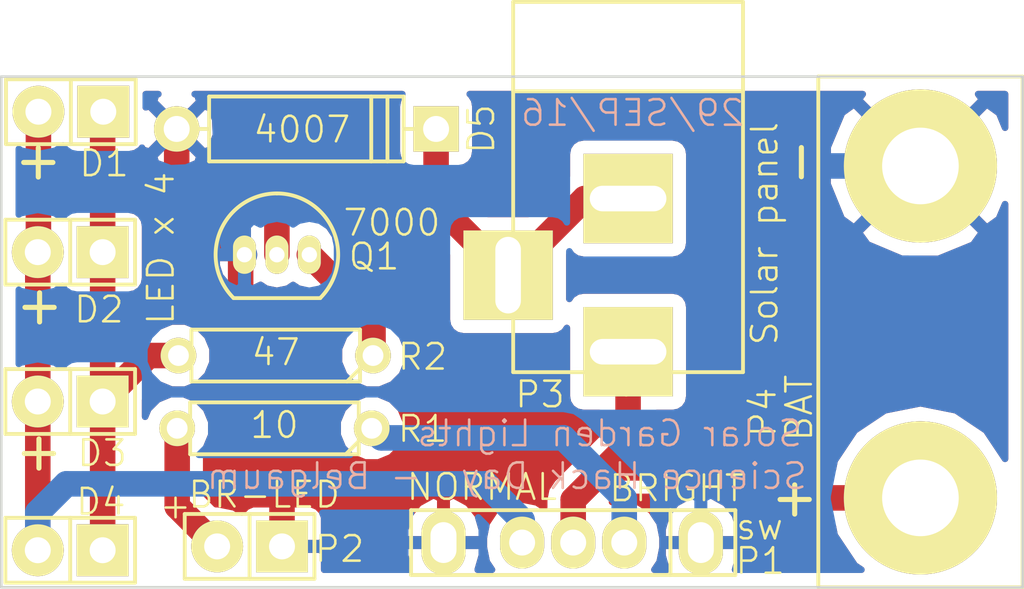
<source format=kicad_pcb>
(kicad_pcb (version 4) (host pcbnew 4.0.0-rc1-stable)

  (general
    (links 21)
    (no_connects 0)
    (area 47.659999 38.224379 88.050001 61.700001)
    (thickness 1.6)
    (drawings 17)
    (tracks 56)
    (zones 0)
    (modules 12)
    (nets 9)
  )

  (page A4)
  (layers
    (0 F.Cu signal)
    (31 B.Cu signal)
    (32 B.Adhes user)
    (33 F.Adhes user)
    (34 B.Paste user)
    (35 F.Paste user)
    (36 B.SilkS user)
    (37 F.SilkS user)
    (38 B.Mask user)
    (39 F.Mask user)
    (40 Dwgs.User user)
    (41 Cmts.User user)
    (42 Eco1.User user)
    (43 Eco2.User user)
    (44 Edge.Cuts user)
    (45 Margin user)
    (46 B.CrtYd user)
    (47 F.CrtYd user)
    (48 B.Fab user)
    (49 F.Fab user)
  )

  (setup
    (last_trace_width 0.25)
    (user_trace_width 0.5)
    (user_trace_width 1)
    (trace_clearance 0.2)
    (zone_clearance 0.508)
    (zone_45_only no)
    (trace_min 0.2)
    (segment_width 0.2)
    (edge_width 0.1)
    (via_size 0.6)
    (via_drill 0.4)
    (via_min_size 0.4)
    (via_min_drill 0.3)
    (user_via 0.7112 0.508)
    (uvia_size 0.3)
    (uvia_drill 0.1)
    (uvias_allowed no)
    (uvia_min_size 0)
    (uvia_min_drill 0)
    (pcb_text_width 0.3)
    (pcb_text_size 1.5 1.5)
    (mod_edge_width 0.1)
    (mod_text_size 1 1)
    (mod_text_width 0.15)
    (pad_size 1.524 1.524)
    (pad_drill 0.7112)
    (pad_to_mask_clearance 0)
    (aux_axis_origin 0 0)
    (visible_elements 7FFFFF7F)
    (pcbplotparams
      (layerselection 0x010f0_80000001)
      (usegerberextensions false)
      (excludeedgelayer true)
      (linewidth 0.100000)
      (plotframeref false)
      (viasonmask false)
      (mode 1)
      (useauxorigin false)
      (hpglpennumber 1)
      (hpglpenspeed 20)
      (hpglpendiameter 15)
      (hpglpenoverlay 2)
      (psnegative false)
      (psa4output false)
      (plotreference true)
      (plotvalue true)
      (plotinvisibletext false)
      (padsonsilk false)
      (subtractmaskfromsilk false)
      (outputformat 1)
      (mirror false)
      (drillshape 0)
      (scaleselection 1)
      (outputdirectory Gerber/))
  )

  (net 0 "")
  (net 1 GND)
  (net 2 "Net-(D1-Pad2)")
  (net 3 "Net-(D1-Pad1)")
  (net 4 "Net-(D5-Pad1)")
  (net 5 "Net-(P1-Pad2)")
  (net 6 "Net-(P2-Pad2)")
  (net 7 "Net-(Q1-Pad3)")
  (net 8 /+BAT)

  (net_class Default "This is the default net class."
    (clearance 0.2)
    (trace_width 0.25)
    (via_dia 0.6)
    (via_drill 0.4)
    (uvia_dia 0.3)
    (uvia_drill 0.1)
    (add_net /+BAT)
    (add_net GND)
    (add_net "Net-(D1-Pad1)")
    (add_net "Net-(D1-Pad2)")
    (add_net "Net-(D5-Pad1)")
    (add_net "Net-(P1-Pad2)")
    (add_net "Net-(P2-Pad2)")
    (add_net "Net-(Q1-Pad3)")
  )

  (module Headers:Pin_Header_Straight_1x02 (layer F.Cu) (tedit 57ED27F8) (tstamp 57ECF531)
    (at 50.5 42.8 180)
    (descr "Through hole pin header")
    (tags "pin header")
    (path /57EE2E16)
    (fp_text reference D1 (at -1.3 -2.025 180) (layer F.SilkS)
      (effects (font (size 1 1) (thickness 0.1)))
    )
    (fp_text value LED (at 0 0 180) (layer F.SilkS) hide
      (effects (font (size 1.27 1.27) (thickness 0.2032)))
    )
    (fp_line (start 0 -1.27) (end 0 1.27) (layer F.SilkS) (width 0.15))
    (fp_line (start -2.54 -1.27) (end -2.54 1.27) (layer F.SilkS) (width 0.15))
    (fp_line (start -2.54 1.27) (end 0 1.27) (layer F.SilkS) (width 0.15))
    (fp_line (start 0 1.27) (end 2.54 1.27) (layer F.SilkS) (width 0.15))
    (fp_line (start 2.54 1.27) (end 2.54 -1.27) (layer F.SilkS) (width 0.15))
    (fp_line (start 2.54 -1.27) (end -2.54 -1.27) (layer F.SilkS) (width 0.15))
    (pad 1 thru_hole rect (at -1.27 0 180) (size 2.032 2.032) (drill 1.016) (layers *.Cu *.Mask F.SilkS)
      (net 3 "Net-(D1-Pad1)"))
    (pad 2 thru_hole oval (at 1.27 0 180) (size 2.032 2.032) (drill 1.016) (layers *.Cu *.Mask F.SilkS)
      (net 2 "Net-(D1-Pad2)"))
    (model Pin_Headers/Pin_Header_Straight_1x02.wrl
      (at (xyz 0 0 0))
      (scale (xyz 1 1 1))
      (rotate (xyz 0 0 0))
    )
  )

  (module Headers:Pin_Header_Straight_1x02 (layer F.Cu) (tedit 57ED27CD) (tstamp 57ECF537)
    (at 50.475 48.3 180)
    (descr "Through hole pin header")
    (tags "pin header")
    (path /57EE2182)
    (fp_text reference D2 (at -1.125 -2.25 180) (layer F.SilkS)
      (effects (font (size 1 1) (thickness 0.1)))
    )
    (fp_text value LED (at 0 0 180) (layer F.SilkS) hide
      (effects (font (size 1.27 1.27) (thickness 0.2032)))
    )
    (fp_line (start 0 -1.27) (end 0 1.27) (layer F.SilkS) (width 0.15))
    (fp_line (start -2.54 -1.27) (end -2.54 1.27) (layer F.SilkS) (width 0.15))
    (fp_line (start -2.54 1.27) (end 0 1.27) (layer F.SilkS) (width 0.15))
    (fp_line (start 0 1.27) (end 2.54 1.27) (layer F.SilkS) (width 0.15))
    (fp_line (start 2.54 1.27) (end 2.54 -1.27) (layer F.SilkS) (width 0.15))
    (fp_line (start 2.54 -1.27) (end -2.54 -1.27) (layer F.SilkS) (width 0.15))
    (pad 1 thru_hole rect (at -1.27 0 180) (size 2.032 2.032) (drill 1.016) (layers *.Cu *.Mask F.SilkS)
      (net 3 "Net-(D1-Pad1)"))
    (pad 2 thru_hole oval (at 1.27 0 180) (size 2.032 2.032) (drill 1.016) (layers *.Cu *.Mask F.SilkS)
      (net 2 "Net-(D1-Pad2)"))
    (model Pin_Headers/Pin_Header_Straight_1x02.wrl
      (at (xyz 0 0 0))
      (scale (xyz 1 1 1))
      (rotate (xyz 0 0 0))
    )
  )

  (module Headers:Pin_Header_Straight_1x02 (layer F.Cu) (tedit 57ED27DB) (tstamp 57ECF53D)
    (at 50.475 54.15 180)
    (descr "Through hole pin header")
    (tags "pin header")
    (path /57EE2285)
    (fp_text reference D3 (at -1.25 -2.025 180) (layer F.SilkS)
      (effects (font (size 1 1) (thickness 0.1)))
    )
    (fp_text value LED (at 0 0 180) (layer F.SilkS) hide
      (effects (font (size 1.27 1.27) (thickness 0.2032)))
    )
    (fp_line (start 0 -1.27) (end 0 1.27) (layer F.SilkS) (width 0.15))
    (fp_line (start -2.54 -1.27) (end -2.54 1.27) (layer F.SilkS) (width 0.15))
    (fp_line (start -2.54 1.27) (end 0 1.27) (layer F.SilkS) (width 0.15))
    (fp_line (start 0 1.27) (end 2.54 1.27) (layer F.SilkS) (width 0.15))
    (fp_line (start 2.54 1.27) (end 2.54 -1.27) (layer F.SilkS) (width 0.15))
    (fp_line (start 2.54 -1.27) (end -2.54 -1.27) (layer F.SilkS) (width 0.15))
    (pad 1 thru_hole rect (at -1.27 0 180) (size 2.032 2.032) (drill 1.016) (layers *.Cu *.Mask F.SilkS)
      (net 3 "Net-(D1-Pad1)"))
    (pad 2 thru_hole oval (at 1.27 0 180) (size 2.032 2.032) (drill 1.016) (layers *.Cu *.Mask F.SilkS)
      (net 2 "Net-(D1-Pad2)"))
    (model Pin_Headers/Pin_Header_Straight_1x02.wrl
      (at (xyz 0 0 0))
      (scale (xyz 1 1 1))
      (rotate (xyz 0 0 0))
    )
  )

  (module Headers:Pin_Header_Straight_1x02 (layer F.Cu) (tedit 57ED27E3) (tstamp 57ECF543)
    (at 50.475 59.975 180)
    (descr "Through hole pin header")
    (tags "pin header")
    (path /57EE2465)
    (fp_text reference D4 (at -1.2 1.9 180) (layer F.SilkS)
      (effects (font (size 1 1) (thickness 0.1)))
    )
    (fp_text value LED (at 0 0 180) (layer F.SilkS) hide
      (effects (font (size 1.27 1.27) (thickness 0.2032)))
    )
    (fp_line (start 0 -1.27) (end 0 1.27) (layer F.SilkS) (width 0.15))
    (fp_line (start -2.54 -1.27) (end -2.54 1.27) (layer F.SilkS) (width 0.15))
    (fp_line (start -2.54 1.27) (end 0 1.27) (layer F.SilkS) (width 0.15))
    (fp_line (start 0 1.27) (end 2.54 1.27) (layer F.SilkS) (width 0.15))
    (fp_line (start 2.54 1.27) (end 2.54 -1.27) (layer F.SilkS) (width 0.15))
    (fp_line (start 2.54 -1.27) (end -2.54 -1.27) (layer F.SilkS) (width 0.15))
    (pad 1 thru_hole rect (at -1.27 0 180) (size 2.032 2.032) (drill 1.016) (layers *.Cu *.Mask F.SilkS)
      (net 3 "Net-(D1-Pad1)"))
    (pad 2 thru_hole oval (at 1.27 0 180) (size 2.032 2.032) (drill 1.016) (layers *.Cu *.Mask F.SilkS)
      (net 2 "Net-(D1-Pad2)"))
    (model Pin_Headers/Pin_Header_Straight_1x02.wrl
      (at (xyz 0 0 0))
      (scale (xyz 1 1 1))
      (rotate (xyz 0 0 0))
    )
  )

  (module Headers:Pin_Header_Straight_1x02 (layer F.Cu) (tedit 57ED226A) (tstamp 57ECF557)
    (at 57.5 59.825 180)
    (descr "Through hole pin header")
    (tags "pin header")
    (path /57EE0407)
    (fp_text reference P2 (at -3.525 -0.1 180) (layer F.SilkS)
      (effects (font (size 1 1) (thickness 0.1)))
    )
    (fp_text value BR-LED (at -0.575 2.025 180) (layer F.SilkS)
      (effects (font (size 1 1) (thickness 0.1)))
    )
    (fp_line (start 0 -1.27) (end 0 1.27) (layer F.SilkS) (width 0.15))
    (fp_line (start -2.54 -1.27) (end -2.54 1.27) (layer F.SilkS) (width 0.15))
    (fp_line (start -2.54 1.27) (end 0 1.27) (layer F.SilkS) (width 0.15))
    (fp_line (start 0 1.27) (end 2.54 1.27) (layer F.SilkS) (width 0.15))
    (fp_line (start 2.54 1.27) (end 2.54 -1.27) (layer F.SilkS) (width 0.15))
    (fp_line (start 2.54 -1.27) (end -2.54 -1.27) (layer F.SilkS) (width 0.15))
    (pad 1 thru_hole rect (at -1.27 0 180) (size 2.032 2.032) (drill 1.016) (layers *.Cu *.Mask F.SilkS)
      (net 1 GND))
    (pad 2 thru_hole oval (at 1.27 0 180) (size 2.032 2.032) (drill 1.016) (layers *.Cu *.Mask F.SilkS)
      (net 6 "Net-(P2-Pad2)"))
    (model Pin_Headers/Pin_Header_Straight_1x02.wrl
      (at (xyz 0 0 0))
      (scale (xyz 1 1 1))
      (rotate (xyz 0 0 0))
    )
  )

  (module Discret:D4 (layer F.Cu) (tedit 57ED2294) (tstamp 57ECF95C)
    (at 59.725 43.475)
    (descr "Diode 4 pas")
    (tags "DIODE DEV")
    (path /57EDEE0C)
    (fp_text reference D5 (at 6.85 0 90) (layer F.SilkS)
      (effects (font (size 1 1) (thickness 0.1)))
    )
    (fp_text value 4007 (at -0.175 0.025) (layer F.SilkS)
      (effects (font (size 1 1) (thickness 0.1)))
    )
    (fp_line (start -3.81 -1.27) (end 3.81 -1.27) (layer F.SilkS) (width 0.15))
    (fp_line (start 3.81 -1.27) (end 3.81 1.27) (layer F.SilkS) (width 0.15))
    (fp_line (start 3.81 1.27) (end -3.81 1.27) (layer F.SilkS) (width 0.15))
    (fp_line (start -3.81 1.27) (end -3.81 -1.27) (layer F.SilkS) (width 0.15))
    (fp_line (start 3.175 -1.27) (end 3.175 1.27) (layer F.SilkS) (width 0.15))
    (fp_line (start 2.54 1.27) (end 2.54 -1.27) (layer F.SilkS) (width 0.15))
    (fp_line (start -3.81 0) (end -5.08 0) (layer F.SilkS) (width 0.15))
    (fp_line (start 3.81 0) (end 5.08 0) (layer F.SilkS) (width 0.15))
    (pad 2 thru_hole circle (at -5.08 0) (size 1.778 1.778) (drill 1.016) (layers *.Cu *.Mask F.SilkS)
      (net 1 GND))
    (pad 1 thru_hole rect (at 5.08 0) (size 1.778 1.778) (drill 1.016) (layers *.Cu *.Mask F.SilkS)
      (net 4 "Net-(D5-Pad1)"))
    (model Discret.3dshapes/D4.wrl
      (at (xyz 0 0 0))
      (scale (xyz 0.4 0.4 0.4))
      (rotate (xyz 0 0 0))
    )
  )

  (module Discret:R3 (layer F.Cu) (tedit 57ED22C2) (tstamp 57ECF961)
    (at 58.475 55.2 180)
    (descr "Resitance 3 pas")
    (tags R)
    (path /57EE098D)
    (fp_text reference R1 (at -5.8 -0.025 180) (layer F.SilkS)
      (effects (font (size 1 1) (thickness 0.1)))
    )
    (fp_text value 10 (at 0 0.127 180) (layer F.SilkS)
      (effects (font (size 1 1) (thickness 0.1)))
    )
    (fp_line (start -3.81 0) (end -3.302 0) (layer F.SilkS) (width 0.15))
    (fp_line (start 3.81 0) (end 3.302 0) (layer F.SilkS) (width 0.15))
    (fp_line (start 3.302 0) (end 3.302 -1.016) (layer F.SilkS) (width 0.15))
    (fp_line (start 3.302 -1.016) (end -3.302 -1.016) (layer F.SilkS) (width 0.15))
    (fp_line (start -3.302 -1.016) (end -3.302 1.016) (layer F.SilkS) (width 0.15))
    (fp_line (start -3.302 1.016) (end 3.302 1.016) (layer F.SilkS) (width 0.15))
    (fp_line (start 3.302 1.016) (end 3.302 0) (layer F.SilkS) (width 0.15))
    (fp_line (start -3.302 -0.508) (end -2.794 -1.016) (layer F.SilkS) (width 0.15))
    (pad 1 thru_hole circle (at -3.81 0 180) (size 1.397 1.397) (drill 0.8128) (layers *.Cu *.Mask F.SilkS)
      (net 5 "Net-(P1-Pad2)"))
    (pad 2 thru_hole circle (at 3.81 0 180) (size 1.397 1.397) (drill 0.8128) (layers *.Cu *.Mask F.SilkS)
      (net 6 "Net-(P2-Pad2)"))
    (model Discret.3dshapes/R3.wrl
      (at (xyz 0 0 0))
      (scale (xyz 0.3 0.3 0.3))
      (rotate (xyz 0 0 0))
    )
  )

  (module Discret:R3 (layer F.Cu) (tedit 57ED22B6) (tstamp 57ECF966)
    (at 58.525 52.35 180)
    (descr "Resitance 3 pas")
    (tags R)
    (path /57EE35CE)
    (fp_text reference R2 (at -5.75 -0.05 180) (layer F.SilkS)
      (effects (font (size 1 1) (thickness 0.1)))
    )
    (fp_text value 47 (at 0 0.127 180) (layer F.SilkS)
      (effects (font (size 1 1) (thickness 0.1)))
    )
    (fp_line (start -3.81 0) (end -3.302 0) (layer F.SilkS) (width 0.15))
    (fp_line (start 3.81 0) (end 3.302 0) (layer F.SilkS) (width 0.15))
    (fp_line (start 3.302 0) (end 3.302 -1.016) (layer F.SilkS) (width 0.15))
    (fp_line (start 3.302 -1.016) (end -3.302 -1.016) (layer F.SilkS) (width 0.15))
    (fp_line (start -3.302 -1.016) (end -3.302 1.016) (layer F.SilkS) (width 0.15))
    (fp_line (start -3.302 1.016) (end 3.302 1.016) (layer F.SilkS) (width 0.15))
    (fp_line (start 3.302 1.016) (end 3.302 0) (layer F.SilkS) (width 0.15))
    (fp_line (start -3.302 -0.508) (end -2.794 -1.016) (layer F.SilkS) (width 0.15))
    (pad 1 thru_hole circle (at -3.81 0 180) (size 1.397 1.397) (drill 0.8128) (layers *.Cu *.Mask F.SilkS)
      (net 7 "Net-(Q1-Pad3)"))
    (pad 2 thru_hole circle (at 3.81 0 180) (size 1.397 1.397) (drill 0.8128) (layers *.Cu *.Mask F.SilkS)
      (net 3 "Net-(D1-Pad1)"))
    (model Discret.3dshapes/R3.wrl
      (at (xyz 0 0 0))
      (scale (xyz 0.3 0.3 0.3))
      (rotate (xyz 0 0 0))
    )
  )

  (module MyLib:bat-LA (layer F.Cu) (tedit 57ED2155) (tstamp 57ECFB4B)
    (at 83.775 51.425 270)
    (descr "Through hole pin header")
    (tags "pin header")
    (path /57EDF025)
    (fp_text reference P4 (at 3.15 6.175 270) (layer F.SilkS)
      (effects (font (size 1 1) (thickness 0.1)))
    )
    (fp_text value BAT (at 2.975 4.75 270) (layer F.SilkS)
      (effects (font (size 1 1) (thickness 0.1)))
    )
    (fp_line (start -10 -4) (end -10 4) (layer F.SilkS) (width 0.15))
    (fp_line (start -10 4) (end 10 4) (layer F.SilkS) (width 0.15))
    (fp_line (start 10 4) (end 10 -4) (layer F.SilkS) (width 0.15))
    (fp_line (start 10 -4) (end -10 -4) (layer F.SilkS) (width 0.15))
    (pad 1 thru_hole circle (at -6.5 0 270) (size 6 6) (drill 3) (layers *.Cu *.Mask F.SilkS)
      (net 1 GND))
    (pad 2 thru_hole oval (at 6.5 0 270) (size 6 6) (drill 3) (layers *.Cu *.Mask F.SilkS)
      (net 8 /+BAT))
    (model Pin_Headers/Pin_Header_Straight_1x02.wrl
      (at (xyz 0 0 0))
      (scale (xyz 1 1 1))
      (rotate (xyz 0 0 0))
    )
  )

  (module TO92:TO-92_Inline_Narrow_Oval (layer F.Cu) (tedit 57ED229F) (tstamp 57ECFBE4)
    (at 57.3 48.4)
    (descr "TO-92 leads in-line, narrow, oval pads, drill 0.6mm (see NXP sot054_po.pdf)")
    (tags "to-92 sc-43 sc-43a sot54 PA33 transistor")
    (path /57EDE241)
    (fp_text reference Q1 (at 5.075 0.075) (layer F.SilkS)
      (effects (font (size 1 1) (thickness 0.1)))
    )
    (fp_text value 7000 (at 5.775 -1.25) (layer F.SilkS)
      (effects (font (size 1 1) (thickness 0.1)))
    )
    (fp_line (start -1.4 1.95) (end -1.4 -2.65) (layer F.CrtYd) (width 0.05))
    (fp_line (start -1.4 1.95) (end 3.95 1.95) (layer F.CrtYd) (width 0.05))
    (fp_line (start -0.43 1.7) (end 2.97 1.7) (layer F.SilkS) (width 0.15))
    (fp_arc (start 1.27 0) (end 1.27 -2.4) (angle -135) (layer F.SilkS) (width 0.15))
    (fp_arc (start 1.27 0) (end 1.27 -2.4) (angle 135) (layer F.SilkS) (width 0.15))
    (fp_line (start -1.4 -2.65) (end 3.95 -2.65) (layer F.CrtYd) (width 0.05))
    (fp_line (start 3.95 1.95) (end 3.95 -2.65) (layer F.CrtYd) (width 0.05))
    (pad 2 thru_hole oval (at 1.27 0 180) (size 0.89916 1.50114) (drill 0.6) (layers *.Cu *.Mask F.SilkS)
      (net 4 "Net-(D5-Pad1)"))
    (pad 3 thru_hole oval (at 2.54 0 180) (size 0.89916 1.50114) (drill 0.6) (layers *.Cu *.Mask F.SilkS)
      (net 7 "Net-(Q1-Pad3)"))
    (pad 1 thru_hole oval (at 0 0 180) (size 0.89916 1.50114) (drill 0.6) (layers *.Cu *.Mask F.SilkS)
      (net 1 GND))
    (model Housings_TO-92.3dshapes/TO-92_Inline_Narrow_Oval.wrl
      (at (xyz 0.05 0 0))
      (scale (xyz 1 1 1))
      (rotate (xyz 0 0 -90))
    )
  )

  (module Connector:BARREL_JACK (layer F.Cu) (tedit 57ED22AF) (tstamp 57ECFC10)
    (at 72.325 46 270)
    (descr "DC Barrel Jack")
    (tags "Power Jack")
    (path /57ECFCCB)
    (fp_text reference P3 (at 7.875 3.45 360) (layer F.SilkS)
      (effects (font (size 1 1) (thickness 0.1)))
    )
    (fp_text value "Solar panel" (at 1.575 -5.35 270) (layer F.SilkS)
      (effects (font (size 1 1) (thickness 0.1)))
    )
    (fp_line (start -4.0005 -4.50088) (end -4.0005 4.50088) (layer F.SilkS) (width 0.15))
    (fp_line (start -7.50062 -4.50088) (end -7.50062 4.50088) (layer F.SilkS) (width 0.15))
    (fp_line (start -7.50062 4.50088) (end 7.00024 4.50088) (layer F.SilkS) (width 0.15))
    (fp_line (start 7.00024 4.50088) (end 7.00024 -4.50088) (layer F.SilkS) (width 0.15))
    (fp_line (start 7.00024 -4.50088) (end -7.50062 -4.50088) (layer F.SilkS) (width 0.15))
    (pad 1 thru_hole rect (at 6.20014 0 270) (size 3.50012 3.50012) (drill oval 1.00076 2.99974) (layers *.Cu *.Mask F.SilkS)
      (net 8 /+BAT))
    (pad 2 thru_hole rect (at 0.20066 0 270) (size 3.50012 3.50012) (drill oval 1.00076 2.99974) (layers *.Cu *.Mask F.SilkS)
      (net 4 "Net-(D5-Pad1)"))
    (pad 3 thru_hole rect (at 3.2004 4.699 270) (size 3.50012 3.50012) (drill oval 2.99974 1.00076) (layers *.Cu *.Mask F.SilkS)
      (net 4 "Net-(D5-Pad1)"))
  )

  (module MyLib:switch-2way (layer F.Cu) (tedit 57ED2174) (tstamp 57ED0442)
    (at 70.175 59.675 180)
    (descr "Through hole pin header")
    (tags "pin header")
    (path /57ED0478)
    (fp_text reference P1 (at -7.325 -0.725 180) (layer F.SilkS)
      (effects (font (size 1 1) (thickness 0.1)))
    )
    (fp_text value sw (at -7.3 0.625 180) (layer F.SilkS)
      (effects (font (size 1 1) (thickness 0.1)))
    )
    (fp_line (start -3.81 -1.27) (end 6.35 -1.27) (layer F.SilkS) (width 0.15))
    (fp_line (start 6.35 -1.27) (end 6.35 1.27) (layer F.SilkS) (width 0.15))
    (fp_line (start 6.35 1.27) (end -3.81 1.27) (layer F.SilkS) (width 0.15))
    (fp_line (start -6.35 -1.27) (end -3.81 -1.27) (layer F.SilkS) (width 0.15))
    (fp_line (start -3.81 -1.27) (end -3.81 1.27) (layer F.SilkS) (width 0.15))
    (fp_line (start -6.35 -1.27) (end -6.35 1.27) (layer F.SilkS) (width 0.15))
    (fp_line (start -6.35 1.27) (end -3.81 1.27) (layer F.SilkS) (width 0.15))
    (pad 1 thru_hole oval (at -5 0 180) (size 1.7272 2.5) (drill oval 1.016 1.6) (layers *.Cu *.Mask F.SilkS)
      (net 1 GND))
    (pad 2 thru_hole oval (at -2 0 180) (size 1.7272 2.032) (drill 1.016) (layers *.Cu *.Mask F.SilkS)
      (net 5 "Net-(P1-Pad2)"))
    (pad 3 thru_hole oval (at 0 0 180) (size 1.7272 2.032) (drill 1.016) (layers *.Cu *.Mask F.SilkS)
      (net 8 /+BAT))
    (pad 4 thru_hole oval (at 2 0 180) (size 1.7272 2.032) (drill 1.016) (layers *.Cu *.Mask F.SilkS)
      (net 2 "Net-(D1-Pad2)"))
    (pad 5 thru_hole oval (at 5.08 0 180) (size 1.7272 2.5) (drill oval 1.016 1.6) (layers *.Cu *.Mask F.SilkS)
      (net 1 GND))
    (model Pin_Headers/Pin_Header_Straight_1x05.wrl
      (at (xyz 0 0 0))
      (scale (xyz 1 1 1))
      (rotate (xyz 0 0 0))
    )
  )

  (gr_text 29/SEP/16 (at 72.5 42.85) (layer B.SilkS)
    (effects (font (size 1 1) (thickness 0.1)) (justify mirror))
  )
  (gr_text "Science Hack Day  - Belgaum" (at 67.575 57.075) (layer B.SilkS)
    (effects (font (size 1 1) (thickness 0.1)) (justify mirror))
  )
  (gr_text "Solar Garden Lights" (at 71.6 55.4) (layer B.SilkS)
    (effects (font (size 1 1) (thickness 0.1)) (justify mirror))
  )
  (gr_text NORMAL (at 66.6 57.5) (layer F.SilkS)
    (effects (font (size 1 1) (thickness 0.1)))
  )
  (gr_text BRIGHT (at 74.225 57.55) (layer F.SilkS)
    (effects (font (size 1 1) (thickness 0.1)))
  )
  (gr_text "LED x 4" (at 54.025 48.15 90) (layer F.SilkS)
    (effects (font (size 1 1) (thickness 0.1)))
  )
  (gr_text + (at 54.6 58.225) (layer F.SilkS)
    (effects (font (size 1 1) (thickness 0.1)))
  )
  (gr_text + (at 49.25 56.075) (layer F.SilkS)
    (effects (font (size 1.5 1.5) (thickness 0.2)))
  )
  (gr_text + (at 49.275 50.35) (layer F.SilkS)
    (effects (font (size 1.5 1.5) (thickness 0.2)))
  )
  (gr_text + (at 49.225 44.675) (layer F.SilkS)
    (effects (font (size 1.5 1.5) (thickness 0.2)))
  )
  (gr_text - (at 79 44.775 90) (layer F.SilkS)
    (effects (font (size 1.5 1.5) (thickness 0.2)))
  )
  (gr_text + (at 72.25 53.175) (layer F.SilkS)
    (effects (font (size 1.5 1.5) (thickness 0.2)))
  )
  (gr_text + (at 78.85 57.875) (layer F.SilkS)
    (effects (font (size 1.5 1.5) (thickness 0.2)))
  )
  (gr_line (start 47.775 41.425) (end 87.775 41.425) (angle 90) (layer Edge.Cuts) (width 0.1))
  (gr_line (start 47.775 61.425) (end 47.775 41.425) (angle 90) (layer Edge.Cuts) (width 0.1))
  (gr_line (start 87.775 61.425) (end 47.775 61.425) (angle 90) (layer Edge.Cuts) (width 0.1))
  (gr_line (start 87.775 41.425) (end 87.775 61.425) (angle 90) (layer Edge.Cuts) (width 0.1))

  (segment (start 66.625 45.9) (end 58.3 45.9) (width 1) (layer B.Cu) (net 1))
  (segment (start 69.775 42.75) (end 66.625 45.9) (width 1) (layer B.Cu) (net 1) (tstamp 57ED1A41))
  (segment (start 77.275 42.75) (end 69.775 42.75) (width 1) (layer B.Cu) (net 1) (tstamp 57ED1A40))
  (segment (start 79.45 44.925) (end 77.275 42.75) (width 1) (layer B.Cu) (net 1) (tstamp 57ED1A3F))
  (segment (start 83.775 44.925) (end 79.45 44.925) (width 1) (layer B.Cu) (net 1) (status 10))
  (segment (start 56.85 47.35) (end 56.85 47.95) (width 1) (layer B.Cu) (net 1) (tstamp 57ED27A4))
  (segment (start 56.85 47.95) (end 57.3 48.4) (width 1) (layer B.Cu) (net 1) (tstamp 57ED27A5) (status 20))
  (segment (start 58.3 45.9) (end 56.85 47.35) (width 1) (layer B.Cu) (net 1) (tstamp 57ED27A3))
  (segment (start 54.645 43.475) (end 54.645 45.745) (width 1) (layer F.Cu) (net 1) (status 10))
  (segment (start 54.645 45.745) (end 57.3 48.4) (width 1) (layer F.Cu) (net 1) (tstamp 57ED2799) (status 20))
  (segment (start 83.775 47.125) (end 83.775 44.925) (width 1) (layer B.Cu) (net 1) (tstamp 57ED1A17) (status 30))
  (segment (start 58.77 59.825) (end 58.77 52.495) (width 1) (layer F.Cu) (net 1) (status 10))
  (segment (start 57.15 50.875) (end 57.15 48.55) (width 1) (layer F.Cu) (net 1) (tstamp 57ED16E5) (status 20))
  (segment (start 58.77 52.495) (end 57.15 50.875) (width 1) (layer F.Cu) (net 1) (tstamp 57ED16E4))
  (segment (start 57.15 48.55) (end 57.3 48.4) (width 0.5) (layer F.Cu) (net 1) (tstamp 57ED16E6) (status 30))
  (segment (start 49.205 59.975) (end 49.205 58.495) (width 1) (layer B.Cu) (net 2) (status 10))
  (segment (start 66.75 57.375) (end 68.175 58.8) (width 1) (layer B.Cu) (net 2) (tstamp 57ED1810) (status 20))
  (segment (start 50.325 57.375) (end 66.75 57.375) (width 1) (layer B.Cu) (net 2) (tstamp 57ED180F))
  (segment (start 49.205 58.495) (end 50.325 57.375) (width 1) (layer B.Cu) (net 2) (tstamp 57ED180E))
  (segment (start 68.175 58.8) (end 68.175 59.675) (width 1) (layer B.Cu) (net 2) (tstamp 57ED1811) (status 30))
  (segment (start 49.205 54.15) (end 49.205 59.975) (width 1) (layer F.Cu) (net 2) (status 30))
  (segment (start 49.205 48.3) (end 49.205 54.15) (width 1) (layer F.Cu) (net 2) (status 30))
  (segment (start 49.23 42.8) (end 49.23 48.275) (width 1) (layer F.Cu) (net 2) (status 30))
  (segment (start 49.23 48.275) (end 49.205 48.3) (width 1) (layer F.Cu) (net 2) (tstamp 57ED17FD) (status 30))
  (segment (start 68.175 59.675) (end 68.175 58.95) (width 1) (layer B.Cu) (net 2) (status 30))
  (segment (start 54.715 52.35) (end 53.545 52.35) (width 1) (layer F.Cu) (net 3) (status 10))
  (segment (start 53.545 52.35) (end 51.745 54.15) (width 1) (layer F.Cu) (net 3) (tstamp 57ED180B) (status 20))
  (segment (start 51.745 48.3) (end 51.745 42.825) (width 1) (layer F.Cu) (net 3) (status 30))
  (segment (start 51.745 42.825) (end 51.77 42.8) (width 1) (layer F.Cu) (net 3) (tstamp 57ED1808) (status 30))
  (segment (start 51.745 54.15) (end 51.745 48.3) (width 1) (layer F.Cu) (net 3) (status 30))
  (segment (start 51.745 59.975) (end 51.745 54.15) (width 1) (layer F.Cu) (net 3) (status 30))
  (segment (start 58.57 48.4) (end 58.57 46.78) (width 1) (layer F.Cu) (net 4) (status 10))
  (segment (start 64.5756 46.15) (end 67.626 49.2004) (width 1) (layer F.Cu) (net 4) (tstamp 57ED1A3C) (status 20))
  (segment (start 59.2 46.15) (end 64.5756 46.15) (width 1) (layer F.Cu) (net 4) (tstamp 57ED1A3B))
  (segment (start 58.57 46.78) (end 59.2 46.15) (width 1) (layer F.Cu) (net 4) (tstamp 57ED1A3A))
  (segment (start 64.805 43.475) (end 64.805 46.3794) (width 1) (layer F.Cu) (net 4) (status 10))
  (segment (start 64.805 46.3794) (end 67.626 49.2004) (width 1) (layer F.Cu) (net 4) (tstamp 57ED1A37) (status 20))
  (segment (start 72.325 46.20066) (end 70.62574 46.20066) (width 1) (layer F.Cu) (net 4) (status 30))
  (segment (start 70.62574 46.20066) (end 67.626 49.2004) (width 1) (layer F.Cu) (net 4) (tstamp 57ED1A34) (status 30))
  (segment (start 62.66 55.575) (end 69.8 55.575) (width 1) (layer B.Cu) (net 5) (status 10))
  (segment (start 72.175 57.95) (end 72.175 59.675) (width 1) (layer B.Cu) (net 5) (tstamp 57ED220A) (status 20))
  (segment (start 69.8 55.575) (end 72.175 57.95) (width 1) (layer B.Cu) (net 5) (tstamp 57ED2209))
  (segment (start 72.175 59.675) (end 72.175 58.95) (width 1) (layer B.Cu) (net 5) (status 30))
  (segment (start 62.66 55.575) (end 62.285 55.2) (width 1) (layer B.Cu) (net 5) (tstamp 57ED1816) (status 30))
  (segment (start 54.665 55.2) (end 54.665 58.26) (width 1) (layer F.Cu) (net 6) (status 10))
  (segment (start 54.665 58.26) (end 56.23 59.825) (width 1) (layer F.Cu) (net 6) (tstamp 57ED2211) (status 20))
  (segment (start 62.335 52.35) (end 62.335 50.895) (width 1) (layer F.Cu) (net 7) (status 10))
  (segment (start 62.335 50.895) (end 59.84 48.4) (width 1) (layer F.Cu) (net 7) (tstamp 57ED16BC) (status 20))
  (segment (start 72.325 52.20014) (end 72.325 55.85) (width 1) (layer F.Cu) (net 8) (status 10))
  (segment (start 72.325 55.85) (end 70.175 58) (width 1) (layer F.Cu) (net 8) (tstamp 57ED1A31))
  (segment (start 83.775 57.925) (end 78.65 57.925) (width 1) (layer F.Cu) (net 8) (status 10))
  (segment (start 70.175 58) (end 70.175 59.675) (width 1) (layer F.Cu) (net 8) (tstamp 57ED177D) (status 20))
  (segment (start 71.425 56.75) (end 70.175 58) (width 1) (layer F.Cu) (net 8) (tstamp 57ED177C))
  (segment (start 77.475 56.75) (end 71.425 56.75) (width 1) (layer F.Cu) (net 8) (tstamp 57ED177B))
  (segment (start 78.65 57.925) (end 77.475 56.75) (width 1) (layer F.Cu) (net 8) (tstamp 57ED177A))
  (segment (start 83.775 57.925) (end 83.75 57.925) (width 1) (layer F.Cu) (net 8) (status 30))

  (zone (net 1) (net_name GND) (layer B.Cu) (tstamp 57ED1A48) (hatch edge 0.508)
    (connect_pads (clearance 0.508))
    (min_thickness 0.254)
    (fill yes (arc_segments 16) (thermal_gap 0.508) (thermal_bridge_width 0.508))
    (polygon
      (pts
        (xy 48.025 41.575) (xy 87.675 41.475) (xy 87.65 61.3) (xy 47.925 61.325) (xy 48 41.575)
      )
    )
    (filled_polygon
      (pts
        (xy 53.837467 42.147461) (xy 53.752409 42.402804) (xy 54.645 43.295395) (xy 55.537591 42.402804) (xy 55.452533 42.147461)
        (xy 55.349955 42.11) (xy 63.483068 42.11) (xy 63.464559 42.12191) (xy 63.319569 42.33411) (xy 63.26856 42.586)
        (xy 63.26856 44.364) (xy 63.312838 44.599317) (xy 63.45191 44.815441) (xy 63.66411 44.960431) (xy 63.916 45.01144)
        (xy 65.694 45.01144) (xy 65.929317 44.967162) (xy 66.145441 44.82809) (xy 66.290431 44.61589) (xy 66.34144 44.364)
        (xy 66.34144 42.586) (xy 66.297162 42.350683) (xy 66.15809 42.134559) (xy 66.122147 42.11) (xy 81.51559 42.11)
        (xy 81.357975 42.32837) (xy 83.775 44.745395) (xy 86.192025 42.32837) (xy 86.03441 42.11) (xy 87.09 42.11)
        (xy 87.09 43.427789) (xy 86.866854 42.881361) (xy 86.846277 42.850566) (xy 86.37163 42.507975) (xy 83.954605 44.925)
        (xy 86.37163 47.342025) (xy 86.846277 46.999434) (xy 87.09 46.419252) (xy 87.09 56.397926) (xy 86.345333 55.283453)
        (xy 85.166054 54.495484) (xy 83.775 54.218786) (xy 82.383946 54.495484) (xy 81.204667 55.283453) (xy 80.416698 56.462732)
        (xy 80.14 57.853786) (xy 80.14 57.996214) (xy 80.416698 59.387268) (xy 81.204667 60.566547) (xy 81.464258 60.74)
        (xy 76.514451 60.74) (xy 76.6736 60.1884) (xy 76.6736 59.802) (xy 75.302 59.802) (xy 75.302 59.822)
        (xy 75.048 59.822) (xy 75.048 59.802) (xy 73.6764 59.802) (xy 73.6764 60.1884) (xy 73.835549 60.74)
        (xy 73.354551 60.74) (xy 73.559526 60.433234) (xy 73.6736 59.859745) (xy 73.6736 59.490255) (xy 73.608227 59.1616)
        (xy 73.6764 59.1616) (xy 73.6764 59.548) (xy 75.048 59.548) (xy 75.048 57.954783) (xy 75.302 57.954783)
        (xy 75.302 59.548) (xy 76.6736 59.548) (xy 76.6736 59.1616) (xy 76.510925 58.597778) (xy 76.144868 58.139127)
        (xy 75.631157 57.855473) (xy 75.534026 57.833642) (xy 75.302 57.954783) (xy 75.048 57.954783) (xy 74.815974 57.833642)
        (xy 74.718843 57.855473) (xy 74.205132 58.139127) (xy 73.839075 58.597778) (xy 73.6764 59.1616) (xy 73.608227 59.1616)
        (xy 73.559526 58.916766) (xy 73.31 58.543324) (xy 73.31 57.95) (xy 73.223603 57.515654) (xy 72.977566 57.147434)
        (xy 70.602566 54.772434) (xy 70.234346 54.526397) (xy 69.8 54.44) (xy 63.410536 54.44) (xy 63.041353 54.070173)
        (xy 62.551413 53.866732) (xy 62.020914 53.866269) (xy 61.53062 54.068854) (xy 61.155173 54.443647) (xy 60.951732 54.933587)
        (xy 60.951269 55.464086) (xy 61.153854 55.95438) (xy 61.438976 56.24) (xy 55.510685 56.24) (xy 55.794827 55.956353)
        (xy 55.998268 55.466413) (xy 55.998731 54.935914) (xy 55.796146 54.44562) (xy 55.421353 54.070173) (xy 54.931413 53.866732)
        (xy 54.400914 53.866269) (xy 53.91062 54.068854) (xy 53.535173 54.443647) (xy 53.40844 54.748854) (xy 53.40844 53.134)
        (xy 53.364162 52.898683) (xy 53.22509 52.682559) (xy 53.124877 52.614086) (xy 53.381269 52.614086) (xy 53.583854 53.10438)
        (xy 53.958647 53.479827) (xy 54.448587 53.683268) (xy 54.979086 53.683731) (xy 55.46938 53.481146) (xy 55.844827 53.106353)
        (xy 56.048268 52.616413) (xy 56.04827 52.614086) (xy 61.001269 52.614086) (xy 61.203854 53.10438) (xy 61.578647 53.479827)
        (xy 62.068587 53.683268) (xy 62.599086 53.683731) (xy 63.08938 53.481146) (xy 63.464827 53.106353) (xy 63.668268 52.616413)
        (xy 63.668731 52.085914) (xy 63.466146 51.59562) (xy 63.091353 51.220173) (xy 62.601413 51.016732) (xy 62.070914 51.016269)
        (xy 61.58062 51.218854) (xy 61.205173 51.593647) (xy 61.001732 52.083587) (xy 61.001269 52.614086) (xy 56.04827 52.614086)
        (xy 56.048731 52.085914) (xy 55.846146 51.59562) (xy 55.471353 51.220173) (xy 54.981413 51.016732) (xy 54.450914 51.016269)
        (xy 53.96062 51.218854) (xy 53.585173 51.593647) (xy 53.381732 52.083587) (xy 53.381269 52.614086) (xy 53.124877 52.614086)
        (xy 53.01289 52.537569) (xy 52.761 52.48656) (xy 50.729 52.48656) (xy 50.493683 52.530838) (xy 50.277559 52.66991)
        (xy 50.170767 52.826206) (xy 49.869155 52.624675) (xy 49.237345 52.499) (xy 49.172655 52.499) (xy 48.540845 52.624675)
        (xy 48.46 52.678694) (xy 48.46 49.771306) (xy 48.540845 49.825325) (xy 49.172655 49.951) (xy 49.237345 49.951)
        (xy 49.869155 49.825325) (xy 50.171962 49.622996) (xy 50.26491 49.767441) (xy 50.47711 49.912431) (xy 50.729 49.96344)
        (xy 52.761 49.96344) (xy 52.996317 49.919162) (xy 53.212441 49.78009) (xy 53.357431 49.56789) (xy 53.40844 49.316)
        (xy 53.40844 48.527) (xy 56.21542 48.527) (xy 56.21542 48.82799) (xy 56.34658 49.233373) (xy 56.622889 49.557706)
        (xy 57.006065 49.744981) (xy 57.173 49.618068) (xy 57.173 48.527) (xy 56.21542 48.527) (xy 53.40844 48.527)
        (xy 53.40844 47.97201) (xy 56.21542 47.97201) (xy 56.21542 48.273) (xy 57.173 48.273) (xy 57.173 47.181932)
        (xy 57.427 47.181932) (xy 57.427 48.273) (xy 57.447 48.273) (xy 57.447 48.527) (xy 57.427 48.527)
        (xy 57.427 49.618068) (xy 57.593935 49.744981) (xy 57.930762 49.580359) (xy 58.154949 49.730156) (xy 58.57 49.812715)
        (xy 58.985051 49.730156) (xy 59.205 49.583191) (xy 59.424949 49.730156) (xy 59.84 49.812715) (xy 60.255051 49.730156)
        (xy 60.606914 49.495049) (xy 60.842021 49.143186) (xy 60.92458 48.728135) (xy 60.92458 48.071865) (xy 60.842021 47.656814)
        (xy 60.70406 47.45034) (xy 65.2285 47.45034) (xy 65.2285 50.95046) (xy 65.272778 51.185777) (xy 65.41185 51.401901)
        (xy 65.62405 51.546891) (xy 65.87594 51.5979) (xy 69.37606 51.5979) (xy 69.611377 51.553622) (xy 69.827501 51.41455)
        (xy 69.9275 51.268197) (xy 69.9275 53.9502) (xy 69.971778 54.185517) (xy 70.11085 54.401641) (xy 70.32305 54.546631)
        (xy 70.57494 54.59764) (xy 74.07506 54.59764) (xy 74.310377 54.553362) (xy 74.526501 54.41429) (xy 74.671491 54.20209)
        (xy 74.7225 53.9502) (xy 74.7225 50.45008) (xy 74.678222 50.214763) (xy 74.53915 49.998639) (xy 74.32695 49.853649)
        (xy 74.07506 49.80264) (xy 70.57494 49.80264) (xy 70.339623 49.846918) (xy 70.123499 49.98599) (xy 70.0235 50.132343)
        (xy 70.0235 48.266415) (xy 70.11085 48.402161) (xy 70.32305 48.547151) (xy 70.57494 48.59816) (xy 74.07506 48.59816)
        (xy 74.310377 48.553882) (xy 74.526501 48.41481) (xy 74.671491 48.20261) (xy 74.7225 47.95072) (xy 74.7225 47.52163)
        (xy 81.357975 47.52163) (xy 81.700566 47.996277) (xy 83.0338 48.556342) (xy 84.479875 48.563568) (xy 85.818639 48.016854)
        (xy 85.849434 47.996277) (xy 86.192025 47.52163) (xy 83.775 45.104605) (xy 81.357975 47.52163) (xy 74.7225 47.52163)
        (xy 74.7225 45.629875) (xy 80.136432 45.629875) (xy 80.683146 46.968639) (xy 80.703723 46.999434) (xy 81.17837 47.342025)
        (xy 83.595395 44.925) (xy 81.17837 42.507975) (xy 80.703723 42.850566) (xy 80.143658 44.1838) (xy 80.136432 45.629875)
        (xy 74.7225 45.629875) (xy 74.7225 44.4506) (xy 74.678222 44.215283) (xy 74.53915 43.999159) (xy 74.32695 43.854169)
        (xy 74.07506 43.80316) (xy 70.57494 43.80316) (xy 70.339623 43.847438) (xy 70.123499 43.98651) (xy 69.978509 44.19871)
        (xy 69.9275 44.4506) (xy 69.9275 47.134645) (xy 69.84015 46.998899) (xy 69.62795 46.853909) (xy 69.37606 46.8029)
        (xy 65.87594 46.8029) (xy 65.640623 46.847178) (xy 65.424499 46.98625) (xy 65.279509 47.19845) (xy 65.2285 47.45034)
        (xy 60.70406 47.45034) (xy 60.606914 47.304951) (xy 60.255051 47.069844) (xy 59.84 46.987285) (xy 59.424949 47.069844)
        (xy 59.205 47.216809) (xy 58.985051 47.069844) (xy 58.57 46.987285) (xy 58.154949 47.069844) (xy 57.930762 47.219641)
        (xy 57.593935 47.055019) (xy 57.427 47.181932) (xy 57.173 47.181932) (xy 57.006065 47.055019) (xy 56.622889 47.242294)
        (xy 56.34658 47.566627) (xy 56.21542 47.97201) (xy 53.40844 47.97201) (xy 53.40844 47.284) (xy 53.364162 47.048683)
        (xy 53.22509 46.832559) (xy 53.01289 46.687569) (xy 52.761 46.63656) (xy 50.729 46.63656) (xy 50.493683 46.680838)
        (xy 50.277559 46.81991) (xy 50.170767 46.976206) (xy 49.869155 46.774675) (xy 49.237345 46.649) (xy 49.172655 46.649)
        (xy 48.540845 46.774675) (xy 48.46 46.828694) (xy 48.46 44.547196) (xy 53.752409 44.547196) (xy 53.837467 44.802539)
        (xy 54.406965 45.010516) (xy 55.0127 44.984723) (xy 55.452533 44.802539) (xy 55.537591 44.547196) (xy 54.645 43.654605)
        (xy 53.752409 44.547196) (xy 48.46 44.547196) (xy 48.46 44.254602) (xy 48.565845 44.325325) (xy 49.197655 44.451)
        (xy 49.262345 44.451) (xy 49.894155 44.325325) (xy 50.196962 44.122996) (xy 50.28991 44.267441) (xy 50.50211 44.412431)
        (xy 50.754 44.46344) (xy 52.786 44.46344) (xy 53.021317 44.419162) (xy 53.237441 44.28009) (xy 53.28663 44.2081)
        (xy 53.317461 44.282533) (xy 53.572804 44.367591) (xy 54.465395 43.475) (xy 54.824605 43.475) (xy 55.717196 44.367591)
        (xy 55.972539 44.282533) (xy 56.180516 43.713035) (xy 56.154723 43.1073) (xy 55.972539 42.667467) (xy 55.717196 42.582409)
        (xy 54.824605 43.475) (xy 54.465395 43.475) (xy 53.572804 42.582409) (xy 53.43344 42.628833) (xy 53.43344 42.11)
        (xy 53.927906 42.11)
      )
    )
    (filled_polygon
      (pts
        (xy 63.759075 58.597778) (xy 63.5964 59.1616) (xy 63.5964 59.548) (xy 64.968 59.548) (xy 64.968 59.528)
        (xy 65.222 59.528) (xy 65.222 59.548) (xy 66.5936 59.548) (xy 66.5936 59.1616) (xy 66.456586 58.686718)
        (xy 66.773246 59.003378) (xy 66.6764 59.490255) (xy 66.6764 59.859745) (xy 66.790474 60.433234) (xy 66.995449 60.74)
        (xy 66.434451 60.74) (xy 66.5936 60.1884) (xy 66.5936 59.802) (xy 65.222 59.802) (xy 65.222 59.822)
        (xy 64.968 59.822) (xy 64.968 59.802) (xy 63.5964 59.802) (xy 63.5964 60.1884) (xy 63.755549 60.74)
        (xy 60.421 60.74) (xy 60.421 60.11075) (xy 60.26225 59.952) (xy 58.897 59.952) (xy 58.897 59.972)
        (xy 58.643 59.972) (xy 58.643 59.952) (xy 58.623 59.952) (xy 58.623 59.698) (xy 58.643 59.698)
        (xy 58.643 59.678) (xy 58.897 59.678) (xy 58.897 59.698) (xy 60.26225 59.698) (xy 60.421 59.53925)
        (xy 60.421 58.68269) (xy 60.349469 58.51) (xy 63.829132 58.51)
      )
    )
  )
  (zone (net 1) (net_name GND) (layer F.Cu) (tstamp 57ED1A49) (hatch edge 0.508)
    (connect_pads (clearance 0.508))
    (min_thickness 0.254)
    (fill yes (arc_segments 16) (thermal_gap 0.508) (thermal_bridge_width 0.508))
    (polygon
      (pts
        (xy 87.375 41.825) (xy 48.125 41.75) (xy 48.15 61.1) (xy 87.45 61.15) (xy 87.45 41.875)
      )
    )
    (filled_polygon
      (pts
        (xy 74.205132 58.139127) (xy 73.839075 58.597778) (xy 73.6764 59.1616) (xy 73.6764 59.548) (xy 75.048 59.548)
        (xy 75.048 59.528) (xy 75.302 59.528) (xy 75.302 59.548) (xy 76.6736 59.548) (xy 76.6736 59.1616)
        (xy 76.510925 58.597778) (xy 76.144868 58.139127) (xy 75.684632 57.885) (xy 77.004868 57.885) (xy 77.847434 58.727566)
        (xy 78.215654 58.973603) (xy 78.65 59.06) (xy 80.3516 59.06) (xy 80.416698 59.387268) (xy 81.204667 60.566547)
        (xy 81.464258 60.74) (xy 76.514451 60.74) (xy 76.6736 60.1884) (xy 76.6736 59.802) (xy 75.302 59.802)
        (xy 75.302 59.822) (xy 75.048 59.822) (xy 75.048 59.802) (xy 73.6764 59.802) (xy 73.6764 60.1884)
        (xy 73.835549 60.74) (xy 73.354551 60.74) (xy 73.559526 60.433234) (xy 73.6736 59.859745) (xy 73.6736 59.490255)
        (xy 73.559526 58.916766) (xy 73.23467 58.430585) (xy 72.748489 58.105729) (xy 72.175 57.991655) (xy 71.692502 58.08763)
        (xy 71.895132 57.885) (xy 74.665368 57.885)
      )
    )
    (filled_polygon
      (pts
        (xy 53.837467 42.147461) (xy 53.752409 42.402804) (xy 54.645 43.295395) (xy 55.537591 42.402804) (xy 55.452533 42.147461)
        (xy 55.349955 42.11) (xy 63.483068 42.11) (xy 63.464559 42.12191) (xy 63.319569 42.33411) (xy 63.26856 42.586)
        (xy 63.26856 44.364) (xy 63.312838 44.599317) (xy 63.45191 44.815441) (xy 63.66411 44.960431) (xy 63.67 44.961624)
        (xy 63.67 45.015) (xy 59.2 45.015) (xy 58.765655 45.101396) (xy 58.397434 45.347433) (xy 57.767434 45.977434)
        (xy 57.521397 46.345654) (xy 57.435 46.78) (xy 57.435 47.17585) (xy 57.427 47.181932) (xy 57.427 48.273)
        (xy 57.435 48.273) (xy 57.435 48.4) (xy 57.447 48.460328) (xy 57.447 48.527) (xy 57.427 48.527)
        (xy 57.427 49.618068) (xy 57.593935 49.744981) (xy 57.930762 49.580359) (xy 58.154949 49.730156) (xy 58.57 49.812715)
        (xy 58.985051 49.730156) (xy 59.205 49.583191) (xy 59.424949 49.730156) (xy 59.599805 49.764937) (xy 61.2 51.365132)
        (xy 61.2 51.606105) (xy 61.001732 52.083587) (xy 61.001269 52.614086) (xy 61.203854 53.10438) (xy 61.578647 53.479827)
        (xy 62.068587 53.683268) (xy 62.599086 53.683731) (xy 63.08938 53.481146) (xy 63.464827 53.106353) (xy 63.668268 52.616413)
        (xy 63.668731 52.085914) (xy 63.47 51.604947) (xy 63.47 50.895) (xy 63.383603 50.460654) (xy 63.137566 50.092434)
        (xy 60.876802 47.83167) (xy 60.842021 47.656814) (xy 60.606914 47.304951) (xy 60.577055 47.285) (xy 64.105468 47.285)
        (xy 65.2285 48.408032) (xy 65.2285 50.95046) (xy 65.272778 51.185777) (xy 65.41185 51.401901) (xy 65.62405 51.546891)
        (xy 65.87594 51.5979) (xy 69.37606 51.5979) (xy 69.611377 51.553622) (xy 69.827501 51.41455) (xy 69.9275 51.268197)
        (xy 69.9275 53.9502) (xy 69.971778 54.185517) (xy 70.11085 54.401641) (xy 70.32305 54.546631) (xy 70.57494 54.59764)
        (xy 71.19 54.59764) (xy 71.19 55.379868) (xy 69.372434 57.197434) (xy 69.126397 57.565654) (xy 69.04 58)
        (xy 69.04 58.300511) (xy 68.748489 58.105729) (xy 68.175 57.991655) (xy 67.601511 58.105729) (xy 67.11533 58.430585)
        (xy 66.790474 58.916766) (xy 66.6764 59.490255) (xy 66.6764 59.859745) (xy 66.790474 60.433234) (xy 66.995449 60.74)
        (xy 66.434451 60.74) (xy 66.5936 60.1884) (xy 66.5936 59.802) (xy 65.222 59.802) (xy 65.222 59.822)
        (xy 64.968 59.822) (xy 64.968 59.802) (xy 63.5964 59.802) (xy 63.5964 60.1884) (xy 63.755549 60.74)
        (xy 60.421 60.74) (xy 60.421 60.11075) (xy 60.26225 59.952) (xy 58.897 59.952) (xy 58.897 59.972)
        (xy 58.643 59.972) (xy 58.643 59.952) (xy 58.623 59.952) (xy 58.623 59.698) (xy 58.643 59.698)
        (xy 58.643 58.33275) (xy 58.897 58.33275) (xy 58.897 59.698) (xy 60.26225 59.698) (xy 60.421 59.53925)
        (xy 60.421 59.1616) (xy 63.5964 59.1616) (xy 63.5964 59.548) (xy 64.968 59.548) (xy 64.968 57.954783)
        (xy 65.222 57.954783) (xy 65.222 59.548) (xy 66.5936 59.548) (xy 66.5936 59.1616) (xy 66.430925 58.597778)
        (xy 66.064868 58.139127) (xy 65.551157 57.855473) (xy 65.454026 57.833642) (xy 65.222 57.954783) (xy 64.968 57.954783)
        (xy 64.735974 57.833642) (xy 64.638843 57.855473) (xy 64.125132 58.139127) (xy 63.759075 58.597778) (xy 63.5964 59.1616)
        (xy 60.421 59.1616) (xy 60.421 58.68269) (xy 60.324327 58.449301) (xy 60.145698 58.270673) (xy 59.912309 58.174)
        (xy 59.05575 58.174) (xy 58.897 58.33275) (xy 58.643 58.33275) (xy 58.48425 58.174) (xy 57.627691 58.174)
        (xy 57.394302 58.270673) (xy 57.215673 58.449301) (xy 57.194519 58.500372) (xy 56.894155 58.299675) (xy 56.262345 58.174)
        (xy 56.197655 58.174) (xy 56.186376 58.176244) (xy 55.8 57.789868) (xy 55.8 55.943895) (xy 55.998268 55.466413)
        (xy 55.99827 55.464086) (xy 60.951269 55.464086) (xy 61.153854 55.95438) (xy 61.528647 56.329827) (xy 62.018587 56.533268)
        (xy 62.549086 56.533731) (xy 63.03938 56.331146) (xy 63.414827 55.956353) (xy 63.618268 55.466413) (xy 63.618731 54.935914)
        (xy 63.416146 54.44562) (xy 63.041353 54.070173) (xy 62.551413 53.866732) (xy 62.020914 53.866269) (xy 61.53062 54.068854)
        (xy 61.155173 54.443647) (xy 60.951732 54.933587) (xy 60.951269 55.464086) (xy 55.99827 55.464086) (xy 55.998731 54.935914)
        (xy 55.796146 54.44562) (xy 55.421353 54.070173) (xy 54.931413 53.866732) (xy 54.400914 53.866269) (xy 53.91062 54.068854)
        (xy 53.535173 54.443647) (xy 53.40844 54.748854) (xy 53.40844 54.091692) (xy 54.002214 53.497918) (xy 54.448587 53.683268)
        (xy 54.979086 53.683731) (xy 55.46938 53.481146) (xy 55.844827 53.106353) (xy 56.048268 52.616413) (xy 56.048731 52.085914)
        (xy 55.846146 51.59562) (xy 55.471353 51.220173) (xy 54.981413 51.016732) (xy 54.450914 51.016269) (xy 53.969947 51.215)
        (xy 53.545 51.215) (xy 53.110654 51.301397) (xy 52.88 51.455515) (xy 52.88 49.941049) (xy 52.996317 49.919162)
        (xy 53.212441 49.78009) (xy 53.357431 49.56789) (xy 53.40844 49.316) (xy 53.40844 48.527) (xy 56.21542 48.527)
        (xy 56.21542 48.82799) (xy 56.34658 49.233373) (xy 56.622889 49.557706) (xy 57.006065 49.744981) (xy 57.173 49.618068)
        (xy 57.173 48.527) (xy 56.21542 48.527) (xy 53.40844 48.527) (xy 53.40844 47.97201) (xy 56.21542 47.97201)
        (xy 56.21542 48.273) (xy 57.173 48.273) (xy 57.173 47.181932) (xy 57.006065 47.055019) (xy 56.622889 47.242294)
        (xy 56.34658 47.566627) (xy 56.21542 47.97201) (xy 53.40844 47.97201) (xy 53.40844 47.284) (xy 53.364162 47.048683)
        (xy 53.22509 46.832559) (xy 53.01289 46.687569) (xy 52.88 46.660658) (xy 52.88 44.547196) (xy 53.752409 44.547196)
        (xy 53.837467 44.802539) (xy 54.406965 45.010516) (xy 55.0127 44.984723) (xy 55.452533 44.802539) (xy 55.537591 44.547196)
        (xy 54.645 43.654605) (xy 53.752409 44.547196) (xy 52.88 44.547196) (xy 52.88 44.445753) (xy 53.021317 44.419162)
        (xy 53.237441 44.28009) (xy 53.28663 44.2081) (xy 53.317461 44.282533) (xy 53.572804 44.367591) (xy 54.465395 43.475)
        (xy 54.824605 43.475) (xy 55.717196 44.367591) (xy 55.972539 44.282533) (xy 56.180516 43.713035) (xy 56.154723 43.1073)
        (xy 55.972539 42.667467) (xy 55.717196 42.582409) (xy 54.824605 43.475) (xy 54.465395 43.475) (xy 53.572804 42.582409)
        (xy 53.43344 42.628833) (xy 53.43344 42.11) (xy 53.927906 42.11)
      )
    )
    (filled_polygon
      (pts
        (xy 81.357975 42.32837) (xy 83.775 44.745395) (xy 86.192025 42.32837) (xy 86.03441 42.11) (xy 87.09 42.11)
        (xy 87.09 43.427789) (xy 86.866854 42.881361) (xy 86.846277 42.850566) (xy 86.37163 42.507975) (xy 83.954605 44.925)
        (xy 86.37163 47.342025) (xy 86.846277 46.999434) (xy 87.09 46.419252) (xy 87.09 56.397926) (xy 86.345333 55.283453)
        (xy 85.166054 54.495484) (xy 83.775 54.218786) (xy 82.383946 54.495484) (xy 81.204667 55.283453) (xy 80.416698 56.462732)
        (xy 80.3516 56.79) (xy 79.120132 56.79) (xy 78.277566 55.947434) (xy 77.909346 55.701397) (xy 77.475 55.615)
        (xy 73.46 55.615) (xy 73.46 54.59764) (xy 74.07506 54.59764) (xy 74.310377 54.553362) (xy 74.526501 54.41429)
        (xy 74.671491 54.20209) (xy 74.7225 53.9502) (xy 74.7225 50.45008) (xy 74.678222 50.214763) (xy 74.53915 49.998639)
        (xy 74.32695 49.853649) (xy 74.07506 49.80264) (xy 70.57494 49.80264) (xy 70.339623 49.846918) (xy 70.123499 49.98599)
        (xy 70.0235 50.132343) (xy 70.0235 48.408032) (xy 70.078948 48.352584) (xy 70.11085 48.402161) (xy 70.32305 48.547151)
        (xy 70.57494 48.59816) (xy 74.07506 48.59816) (xy 74.310377 48.553882) (xy 74.526501 48.41481) (xy 74.671491 48.20261)
        (xy 74.7225 47.95072) (xy 74.7225 47.52163) (xy 81.357975 47.52163) (xy 81.700566 47.996277) (xy 83.0338 48.556342)
        (xy 84.479875 48.563568) (xy 85.818639 48.016854) (xy 85.849434 47.996277) (xy 86.192025 47.52163) (xy 83.775 45.104605)
        (xy 81.357975 47.52163) (xy 74.7225 47.52163) (xy 74.7225 45.629875) (xy 80.136432 45.629875) (xy 80.683146 46.968639)
        (xy 80.703723 46.999434) (xy 81.17837 47.342025) (xy 83.595395 44.925) (xy 81.17837 42.507975) (xy 80.703723 42.850566)
        (xy 80.143658 44.1838) (xy 80.136432 45.629875) (xy 74.7225 45.629875) (xy 74.7225 44.4506) (xy 74.678222 44.215283)
        (xy 74.53915 43.999159) (xy 74.32695 43.854169) (xy 74.07506 43.80316) (xy 70.57494 43.80316) (xy 70.339623 43.847438)
        (xy 70.123499 43.98651) (xy 69.978509 44.19871) (xy 69.9275 44.4506) (xy 69.9275 45.328386) (xy 69.898992 45.347434)
        (xy 69.823174 45.398094) (xy 68.418368 46.8029) (xy 66.833632 46.8029) (xy 65.94 45.909268) (xy 65.94 44.960288)
        (xy 66.145441 44.82809) (xy 66.290431 44.61589) (xy 66.34144 44.364) (xy 66.34144 42.586) (xy 66.297162 42.350683)
        (xy 66.15809 42.134559) (xy 66.122147 42.11) (xy 81.51559 42.11)
      )
    )
  )
)

</source>
